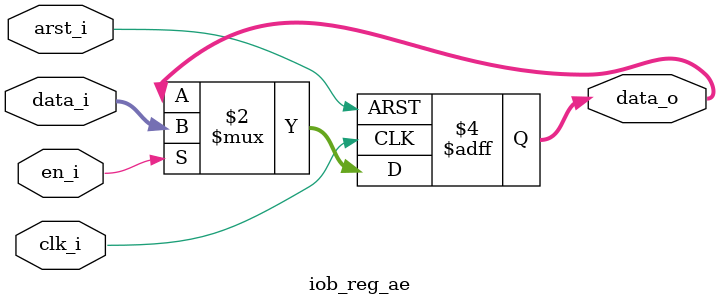
<source format=v>
`timescale 1ns / 1ps

module iob_reg_ae
  #(
    parameter DATA_W = 0,
    parameter RST_VAL = 0
    )
   (
    input                   clk_i,
    input                   arst_i,
    input                   en_i,
    input [DATA_W-1:0]      data_i,
    output reg [DATA_W-1:0] data_o
    );
   
   always @(posedge clk_i, posedge arst_i) begin
      if (arst_i) begin
         data_o <= RST_VAL[DATA_W-1:0];
      end else if (en_i) begin
         data_o <= data_i;
      end
   end

endmodule

</source>
